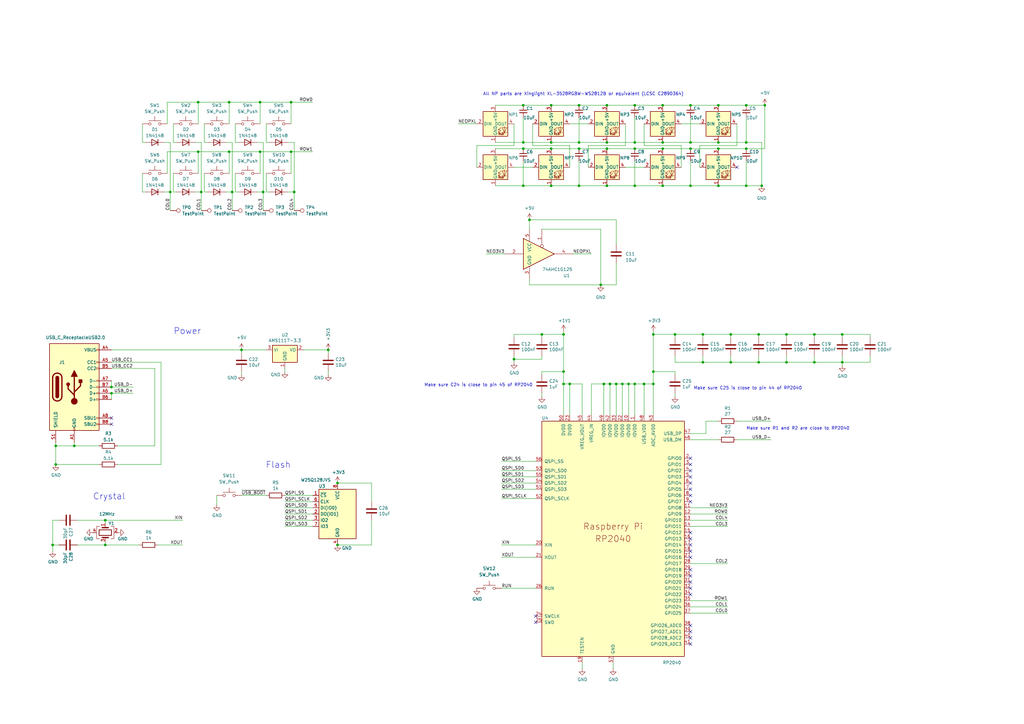
<source format=kicad_sch>
(kicad_sch (version 20230121) (generator eeschema)
  (paper "A3")
  (title_block (title "KnGYT MacroPaw") (date "2022-08-13") (rev "v0.1.0") (company "© 2023 kodachi 6•14, llc // SPDX-License-Identifier: CERN-OHL-S-2.0") (comment 1 "Open Source Hardware, CERN OHL 2.0: https://ohwr.org/cern_ohl_s_v2.txt") (comment 2 "and TJ Horner's RP2040 business card https://github.com/tjhorner/bizcard") (comment 3 "https://datasheets.raspberrypi.com/rp2040/hardware-design-with-rp2040.pdf") (comment 4 "With grateful thanks to \"Hardware Design with RP2040\""))
  (junction (at 106.68 62.23))
  (junction (at 69.85 78.74))
  (junction (at 231.14 157.48))
  (junction (at 299.72 148.59))
  (junction (at 306.07 43.18))
  (junction (at 45.72 158.75))
  (junction (at 260.35 76.2))
  (junction (at 271.78 58.42))
  (junction (at 248.92 43.18))
  (junction (at 345.44 148.59))
  (junction (at 226.06 43.18))
  (junction (at 271.78 43.18))
  (junction (at 21.59 223.52))
  (junction (at 106.68 41.91))
  (junction (at 226.06 76.2))
  (junction (at 214.63 76.2))
  (junction (at 214.63 43.18))
  (junction (at 288.29 137.16))
  (junction (at 217.17 90.17))
  (junction (at 334.01 137.16))
  (junction (at 22.86 190.5))
  (junction (at 294.64 58.42))
  (junction (at 45.72 161.29))
  (junction (at 226.06 58.42))
  (junction (at 82.55 78.74))
  (junction (at 345.44 137.16))
  (junction (at 306.07 60.96))
  (junction (at 267.97 137.16))
  (junction (at 260.35 157.48))
  (junction (at 311.15 148.59))
  (junction (at 22.86 182.88))
  (junction (at 237.49 60.96))
  (junction (at 252.73 157.48))
  (junction (at 95.25 78.74))
  (junction (at 299.72 137.16))
  (junction (at 267.97 157.48))
  (junction (at 271.78 60.96))
  (junction (at 248.92 58.42))
  (junction (at 247.65 157.48))
  (junction (at 214.63 60.96))
  (junction (at 283.21 43.18))
  (junction (at 264.16 157.48))
  (junction (at 271.78 76.2))
  (junction (at 210.82 147.32))
  (junction (at 257.81 157.48))
  (junction (at 120.65 78.74))
  (junction (at 237.49 76.2))
  (junction (at 107.95 78.74))
  (junction (at 81.28 41.91))
  (junction (at 322.58 137.16))
  (junction (at 276.86 137.16))
  (junction (at 255.27 157.48))
  (junction (at 246.38 116.84))
  (junction (at 119.38 62.23))
  (junction (at 43.18 223.52))
  (junction (at 283.21 58.42))
  (junction (at 294.64 60.96))
  (junction (at 237.49 58.42))
  (junction (at 313.69 43.18))
  (junction (at 138.43 198.12))
  (junction (at 250.19 157.48))
  (junction (at 30.48 182.88))
  (junction (at 93.98 62.23))
  (junction (at 231.14 152.4))
  (junction (at 260.35 60.96))
  (junction (at 267.97 152.4))
  (junction (at 119.38 41.91))
  (junction (at 237.49 43.18))
  (junction (at 322.58 148.59))
  (junction (at 214.63 58.42))
  (junction (at 138.43 223.52))
  (junction (at 260.35 43.18))
  (junction (at 222.25 137.16))
  (junction (at 334.01 148.59))
  (junction (at 81.28 62.23))
  (junction (at 231.14 137.16))
  (junction (at 226.06 60.96))
  (junction (at 43.18 213.36))
  (junction (at 311.15 137.16))
  (junction (at 260.35 58.42))
  (junction (at 306.07 58.42))
  (junction (at 283.21 76.2))
  (junction (at 134.62 143.51))
  (junction (at 93.98 41.91))
  (junction (at 294.64 43.18))
  (junction (at 248.92 60.96))
  (junction (at 99.06 143.51))
  (junction (at 248.92 76.2))
  (junction (at 288.29 148.59))
  (junction (at 283.21 60.96))
  (junction (at 294.64 76.2))
  (junction (at 306.07 76.2))
  (junction (at 312.42 76.2))
  (junction (at 233.68 157.48))
  (no_connect (at 283.21 193.04))
  (no_connect (at 283.21 259.08))
  (no_connect (at 219.71 255.27))
  (no_connect (at 283.21 233.68))
  (no_connect (at 283.21 238.76))
  (no_connect (at 283.21 218.44))
  (no_connect (at 283.21 241.3))
  (no_connect (at 283.21 236.22))
  (no_connect (at 283.21 226.06))
  (no_connect (at 283.21 187.96))
  (no_connect (at 283.21 220.98))
  (no_connect (at 283.21 223.52))
  (no_connect (at 283.21 228.6))
  (no_connect (at 283.21 205.74))
  (no_connect (at 283.21 256.54))
  (no_connect (at 283.21 264.16))
  (no_connect (at 283.21 200.66))
  (no_connect (at 219.71 252.73))
  (no_connect (at 283.21 203.2))
  (no_connect (at 283.21 243.84))
  (no_connect (at 45.72 173.99))
  (no_connect (at 283.21 190.5))
  (no_connect (at 302.26 68.58))
  (no_connect (at 283.21 261.62))
  (no_connect (at 283.21 198.12))
  (no_connect (at 283.21 195.58))
  (no_connect (at 45.72 171.45))
  (wire (pts (xy 71.12 58.42) (xy 71.12 50.8)))
  (wire (pts (xy 237.49 66.04) (xy 237.49 76.2)))
  (wire (pts (xy 72.39 58.42) (xy 71.12 58.42)))
  (wire (pts (xy 256.54 68.58) (xy 264.16 68.58)))
  (wire (pts (xy 68.58 41.91) (xy 81.28 41.91)))
  (wire (pts (xy 306.07 43.18) (xy 313.69 43.18)))
  (wire (pts (xy 83.82 58.42) (xy 83.82 50.8)))
  (wire (pts (xy 306.07 58.42) (xy 312.42 58.42)))
  (wire (pts (xy 45.72 148.59) (xy 66.04 148.59)))
  (wire (pts (xy 219.71 204.47) (xy 205.74 204.47)))
  (wire (pts (xy 138.43 223.52) (xy 152.4 223.52)))
  (wire (pts (xy 267.97 137.16) (xy 276.86 137.16)))
  (wire (pts (xy 246.38 93.98) (xy 246.38 116.84)))
  (wire (pts (xy 334.01 146.05) (xy 334.01 148.59)))
  (wire (pts (xy 222.25 93.98) (xy 246.38 93.98)))
  (wire (pts (xy 97.79 78.74) (xy 96.52 78.74)))
  (wire (pts (xy 45.72 161.29) (xy 45.72 163.83)))
  (wire (pts (xy 210.82 147.32) (xy 210.82 148.59)))
  (wire (pts (xy 233.68 59.69) (xy 218.44 59.69)))
  (wire (pts (xy 322.58 148.59) (xy 311.15 148.59)))
  (wire (pts (xy 283.21 215.9) (xy 298.45 215.9)))
  (wire (pts (xy 276.86 161.29) (xy 276.86 162.56)))
  (wire (pts (xy 306.07 60.96) (xy 313.69 60.96)))
  (wire (pts (xy 248.92 43.18) (xy 260.35 43.18)))
  (wire (pts (xy 93.98 41.91) (xy 106.68 41.91)))
  (wire (pts (xy 312.42 58.42) (xy 312.42 76.2)))
  (wire (pts (xy 64.77 223.52) (xy 74.93 223.52)))
  (wire (pts (xy 233.68 50.8) (xy 241.3 50.8)))
  (wire (pts (xy 294.64 43.18) (xy 306.07 43.18)))
  (wire (pts (xy 66.04 190.5) (xy 48.26 190.5)))
  (wire (pts (xy 71.12 78.74) (xy 71.12 71.12)))
  (wire (pts (xy 21.59 213.36) (xy 21.59 223.52)))
  (wire (pts (xy 66.04 148.59) (xy 66.04 190.5)))
  (wire (pts (xy 110.49 58.42) (xy 109.22 58.42)))
  (wire (pts (xy 345.44 138.43) (xy 345.44 137.16)))
  (wire (pts (xy 218.44 59.69) (xy 218.44 50.8)))
  (wire (pts (xy 231.14 137.16) (xy 231.14 152.4)))
  (wire (pts (xy 107.95 78.74) (xy 107.95 86.36)))
  (wire (pts (xy 311.15 148.59) (xy 299.72 148.59)))
  (wire (pts (xy 345.44 137.16) (xy 356.87 137.16)))
  (wire (pts (xy 119.38 71.12) (xy 119.38 62.23)))
  (wire (pts (xy 105.41 58.42) (xy 107.95 58.42)))
  (wire (pts (xy 63.5 182.88) (xy 48.26 182.88)))
  (wire (pts (xy 287.02 59.69) (xy 302.26 59.69)))
  (wire (pts (xy 210.82 137.16) (xy 222.25 137.16)))
  (wire (pts (xy 248.92 76.2) (xy 260.35 76.2)))
  (wire (pts (xy 96.52 58.42) (xy 96.52 50.8)))
  (wire (pts (xy 43.18 223.52) (xy 57.15 223.52)))
  (wire (pts (xy 63.5 151.13) (xy 63.5 182.88)))
  (wire (pts (xy 118.11 78.74) (xy 120.65 78.74)))
  (wire (pts (xy 195.58 59.69) (xy 195.58 68.58)))
  (wire (pts (xy 67.31 58.42) (xy 69.85 58.42)))
  (wire (pts (xy 116.84 215.9) (xy 128.27 215.9)))
  (wire (pts (xy 283.21 177.8) (xy 289.56 177.8)))
  (wire (pts (xy 93.98 62.23) (xy 106.68 62.23)))
  (wire (pts (xy 210.82 138.43) (xy 210.82 137.16)))
  (wire (pts (xy 260.35 157.48) (xy 260.35 170.18)))
  (wire (pts (xy 105.41 78.74) (xy 107.95 78.74)))
  (wire (pts (xy 255.27 170.18) (xy 255.27 157.48)))
  (wire (pts (xy 271.78 58.42) (xy 283.21 58.42)))
  (wire (pts (xy 345.44 146.05) (xy 345.44 148.59)))
  (wire (pts (xy 252.73 90.17) (xy 252.73 100.33)))
  (wire (pts (xy 231.14 135.89) (xy 231.14 137.16)))
  (wire (pts (xy 106.68 41.91) (xy 119.38 41.91)))
  (wire (pts (xy 24.13 213.36) (xy 21.59 213.36)))
  (wire (pts (xy 88.9 203.2) (xy 88.9 207.01)))
  (wire (pts (xy 205.74 198.12) (xy 219.71 198.12)))
  (wire (pts (xy 210.82 147.32) (xy 222.25 147.32)))
  (wire (pts (xy 237.49 43.18) (xy 248.92 43.18)))
  (wire (pts (xy 110.49 78.74) (xy 109.22 78.74)))
  (wire (pts (xy 311.15 137.16) (xy 322.58 137.16)))
  (wire (pts (xy 43.18 214.63) (xy 43.18 213.36)))
  (wire (pts (xy 93.98 71.12) (xy 93.98 62.23)))
  (wire (pts (xy 306.07 48.26) (xy 306.07 58.42)))
  (wire (pts (xy 334.01 148.59) (xy 345.44 148.59)))
  (wire (pts (xy 283.21 251.46) (xy 298.45 251.46)))
  (wire (pts (xy 93.98 50.8) (xy 93.98 41.91)))
  (wire (pts (xy 226.06 60.96) (xy 237.49 60.96)))
  (wire (pts (xy 233.68 68.58) (xy 233.68 59.69)))
  (wire (pts (xy 81.28 50.8) (xy 81.28 41.91)))
  (wire (pts (xy 252.73 116.84) (xy 246.38 116.84)))
  (wire (pts (xy 195.58 59.69) (xy 210.82 59.69)))
  (wire (pts (xy 69.85 78.74) (xy 69.85 86.36)))
  (wire (pts (xy 345.44 148.59) (xy 356.87 148.59)))
  (wire (pts (xy 214.63 76.2) (xy 226.06 76.2)))
  (wire (pts (xy 247.65 170.18) (xy 247.65 157.48)))
  (wire (pts (xy 107.95 58.42) (xy 107.95 78.74)))
  (wire (pts (xy 299.72 148.59) (xy 288.29 148.59)))
  (wire (pts (xy 248.92 60.96) (xy 260.35 60.96)))
  (wire (pts (xy 283.21 248.92) (xy 298.45 248.92)))
  (wire (pts (xy 217.17 90.17) (xy 217.17 93.98)))
  (wire (pts (xy 257.81 157.48) (xy 260.35 157.48)))
  (wire (pts (xy 302.26 50.8) (xy 302.26 59.69)))
  (wire (pts (xy 233.68 170.18) (xy 233.68 157.48)))
  (wire (pts (xy 152.4 205.74) (xy 152.4 198.12)))
  (wire (pts (xy 109.22 143.51) (xy 99.06 143.51)))
  (wire (pts (xy 322.58 138.43) (xy 322.58 137.16)))
  (wire (pts (xy 203.2 60.96) (xy 214.63 60.96)))
  (wire (pts (xy 58.42 78.74) (xy 58.42 71.12)))
  (wire (pts (xy 95.25 58.42) (xy 95.25 78.74)))
  (wire (pts (xy 203.2 58.42) (xy 214.63 58.42)))
  (wire (pts (xy 288.29 148.59) (xy 276.86 148.59)))
  (wire (pts (xy 260.35 66.04) (xy 260.35 76.2)))
  (wire (pts (xy 214.63 66.04) (xy 214.63 76.2)))
  (wire (pts (xy 283.21 246.38) (xy 298.45 246.38)))
  (wire (pts (xy 345.44 148.59) (xy 345.44 149.86)))
  (wire (pts (xy 283.21 43.18) (xy 294.64 43.18)))
  (wire (pts (xy 238.76 157.48) (xy 233.68 157.48)))
  (wire (pts (xy 83.82 78.74) (xy 83.82 71.12)))
  (wire (pts (xy 252.73 107.95) (xy 252.73 116.84)))
  (wire (pts (xy 283.21 208.28) (xy 298.45 208.28)))
  (wire (pts (xy 267.97 157.48) (xy 267.97 170.18)))
  (wire (pts (xy 116.84 208.28) (xy 128.27 208.28)))
  (wire (pts (xy 106.68 71.12) (xy 106.68 62.23)))
  (wire (pts (xy 187.96 50.8) (xy 195.58 50.8)))
  (wire (pts (xy 116.84 151.13) (xy 116.84 152.4)))
  (wire (pts (xy 222.25 161.29) (xy 222.25 162.56)))
  (wire (pts (xy 22.86 182.88) (xy 22.86 190.5)))
  (wire (pts (xy 199.39 104.14) (xy 207.01 104.14)))
  (wire (pts (xy 283.21 180.34) (xy 294.64 180.34)))
  (wire (pts (xy 267.97 137.16) (xy 267.97 152.4)))
  (wire (pts (xy 59.69 58.42) (xy 58.42 58.42)))
  (wire (pts (xy 231.14 157.48) (xy 231.14 170.18)))
  (wire (pts (xy 334.01 138.43) (xy 334.01 137.16)))
  (wire (pts (xy 283.21 48.26) (xy 283.21 58.42)))
  (wire (pts (xy 30.48 181.61) (xy 30.48 182.88)))
  (wire (pts (xy 72.39 78.74) (xy 71.12 78.74)))
  (wire (pts (xy 264.16 157.48) (xy 267.97 157.48)))
  (wire (pts (xy 116.84 210.82) (xy 128.27 210.82)))
  (wire (pts (xy 45.72 151.13) (xy 63.5 151.13)))
  (wire (pts (xy 31.75 223.52) (xy 43.18 223.52)))
  (wire (pts (xy 219.71 228.6) (xy 205.74 228.6)))
  (wire (pts (xy 283.21 76.2) (xy 294.64 76.2)))
  (wire (pts (xy 252.73 170.18) (xy 252.73 157.48)))
  (wire (pts (xy 251.46 271.78) (xy 251.46 274.32)))
  (wire (pts (xy 92.71 58.42) (xy 95.25 58.42)))
  (wire (pts (xy 222.25 152.4) (xy 231.14 152.4)))
  (wire (pts (xy 279.4 68.58) (xy 279.4 59.69)))
  (wire (pts (xy 22.86 190.5) (xy 40.64 190.5)))
  (wire (pts (xy 334.01 137.16) (xy 345.44 137.16)))
  (wire (pts (xy 217.17 114.3) (xy 217.17 116.84)))
  (wire (pts (xy 97.79 58.42) (xy 96.52 58.42)))
  (wire (pts (xy 81.28 41.91) (xy 93.98 41.91)))
  (wire (pts (xy 237.49 60.96) (xy 248.92 60.96)))
  (wire (pts (xy 99.06 144.78) (xy 99.06 143.51)))
  (wire (pts (xy 96.52 78.74) (xy 96.52 71.12)))
  (wire (pts (xy 283.21 60.96) (xy 294.64 60.96)))
  (wire (pts (xy 311.15 138.43) (xy 311.15 137.16)))
  (wire (pts (xy 256.54 59.69) (xy 241.3 59.69)))
  (wire (pts (xy 214.63 43.18) (xy 226.06 43.18)))
  (wire (pts (xy 45.72 143.51) (xy 99.06 143.51)))
  (wire (pts (xy 302.26 180.34) (xy 316.23 180.34)))
  (wire (pts (xy 120.65 58.42) (xy 120.65 78.74)))
  (wire (pts (xy 214.63 60.96) (xy 226.06 60.96)))
  (wire (pts (xy 242.57 157.48) (xy 247.65 157.48)))
  (wire (pts (xy 237.49 58.42) (xy 248.92 58.42)))
  (wire (pts (xy 116.84 203.2) (xy 128.27 203.2)))
  (wire (pts (xy 116.84 205.74) (xy 128.27 205.74)))
  (wire (pts (xy 283.21 213.36) (xy 298.45 213.36)))
  (wire (pts (xy 260.35 48.26) (xy 260.35 58.42)))
  (wire (pts (xy 82.55 58.42) (xy 82.55 78.74)))
  (wire (pts (xy 109.22 58.42) (xy 109.22 50.8)))
  (wire (pts (xy 210.82 146.05) (xy 210.82 147.32)))
  (wire (pts (xy 120.65 78.74) (xy 120.65 86.36)))
  (wire (pts (xy 276.86 146.05) (xy 276.86 148.59)))
  (wire (pts (xy 267.97 152.4) (xy 267.97 157.48)))
  (wire (pts (xy 264.16 170.18) (xy 264.16 157.48)))
  (wire (pts (xy 205.74 193.04) (xy 219.71 193.04)))
  (wire (pts (xy 81.28 71.12) (xy 81.28 62.23)))
  (wire (pts (xy 68.58 50.8) (xy 68.58 41.91)))
  (wire (pts (xy 238.76 271.78) (xy 238.76 274.32)))
  (wire (pts (xy 222.25 153.67) (xy 222.25 152.4)))
  (wire (pts (xy 203.2 76.2) (xy 214.63 76.2)))
  (wire (pts (xy 289.56 172.72) (xy 289.56 177.8)))
  (wire (pts (xy 226.06 43.18) (xy 237.49 43.18)))
  (wire (pts (xy 45.72 156.21) (xy 45.72 158.75)))
  (wire (pts (xy 256.54 50.8) (xy 256.54 59.69)))
  (wire (pts (xy 356.87 146.05) (xy 356.87 148.59)))
  (wire (pts (xy 238.76 170.18) (xy 238.76 157.48)))
  (wire (pts (xy 124.46 143.51) (xy 134.62 143.51)))
  (wire (pts (xy 205.74 195.58) (xy 219.71 195.58)))
  (wire (pts (xy 116.84 213.36) (xy 128.27 213.36)))
  (wire (pts (xy 276.86 153.67) (xy 276.86 152.4)))
  (wire (pts (xy 306.07 76.2) (xy 312.42 76.2)))
  (wire (pts (xy 289.56 172.72) (xy 294.64 172.72)))
  (wire (pts (xy 119.38 50.8) (xy 119.38 41.91)))
  (wire (pts (xy 294.64 76.2) (xy 306.07 76.2)))
  (wire (pts (xy 81.28 62.23) (xy 93.98 62.23)))
  (wire (pts (xy 85.09 58.42) (xy 83.82 58.42)))
  (wire (pts (xy 334.01 148.59) (xy 322.58 148.59)))
  (wire (pts (xy 119.38 62.23) (xy 128.27 62.23)))
  (wire (pts (xy 311.15 146.05) (xy 311.15 148.59)))
  (wire (pts (xy 260.35 157.48) (xy 264.16 157.48)))
  (wire (pts (xy 276.86 138.43) (xy 276.86 137.16)))
  (wire (pts (xy 288.29 138.43) (xy 288.29 137.16)))
  (wire (pts (xy 322.58 146.05) (xy 322.58 148.59)))
  (wire (pts (xy 99.06 203.2) (xy 109.22 203.2)))
  (wire (pts (xy 69.85 58.42) (xy 69.85 78.74)))
  (wire (pts (xy 217.17 116.84) (xy 246.38 116.84)))
  (wire (pts (xy 299.72 146.05) (xy 299.72 148.59)))
  (wire (pts (xy 271.78 43.18) (xy 283.21 43.18)))
  (wire (pts (xy 287.02 59.69) (xy 287.02 68.58)))
  (wire (pts (xy 260.35 76.2) (xy 271.78 76.2)))
  (wire (pts (xy 250.19 157.48) (xy 252.73 157.48)))
  (wire (pts (xy 210.82 59.69) (xy 210.82 50.8)))
  (wire (pts (xy 80.01 58.42) (xy 82.55 58.42)))
  (wire (pts (xy 106.68 50.8) (xy 106.68 41.91)))
  (wire (pts (xy 237.49 76.2) (xy 248.92 76.2)))
  (wire (pts (xy 58.42 58.42) (xy 58.42 50.8)))
  (wire (pts (xy 247.65 157.48) (xy 250.19 157.48)))
  (wire (pts (xy 43.18 222.25) (xy 43.18 223.52)))
  (wire (pts (xy 313.69 43.18) (xy 313.69 60.96)))
  (wire (pts (xy 30.48 182.88) (xy 40.64 182.88)))
  (wire (pts (xy 283.21 58.42) (xy 294.64 58.42)))
  (wire (pts (xy 59.69 78.74) (xy 58.42 78.74)))
  (wire (pts (xy 260.35 60.96) (xy 271.78 60.96)))
  (wire (pts (xy 299.72 137.16) (xy 311.15 137.16)))
  (wire (pts (xy 288.29 137.16) (xy 299.72 137.16)))
  (wire (pts (xy 95.25 78.74) (xy 95.25 86.36)))
  (wire (pts (xy 99.06 152.4) (xy 99.06 153.67)))
  (wire (pts (xy 271.78 76.2) (xy 283.21 76.2)))
  (wire (pts (xy 24.13 223.52) (xy 21.59 223.52)))
  (wire (pts (xy 134.62 144.78) (xy 134.62 143.51)))
  (wire (pts (xy 67.31 78.74) (xy 69.85 78.74)))
  (wire (pts (xy 237.49 48.26) (xy 237.49 58.42)))
  (wire (pts (xy 217.17 90.17) (xy 252.73 90.17)))
  (wire (pts (xy 214.63 58.42) (xy 226.06 58.42)))
  (wire (pts (xy 279.4 50.8) (xy 287.02 50.8)))
  (wire (pts (xy 214.63 48.26) (xy 214.63 58.42)))
  (wire (pts (xy 226.06 76.2) (xy 237.49 76.2)))
  (wire (pts (xy 356.87 138.43) (xy 356.87 137.16)))
  (wire (pts (xy 234.95 104.14) (xy 242.57 104.14)))
  (wire (pts (xy 109.22 78.74) (xy 109.22 71.12)))
  (wire (pts (xy 205.74 223.52) (xy 219.71 223.52)))
  (wire (pts (xy 294.64 58.42) (xy 306.07 58.42)))
  (wire (pts (xy 219.71 241.3) (xy 205.74 241.3)))
  (wire (pts (xy 306.07 66.04) (xy 306.07 76.2)))
  (wire (pts (xy 21.59 223.52) (xy 21.59 226.06)))
  (wire (pts (xy 260.35 43.18) (xy 271.78 43.18)))
  (wire (pts (xy 283.21 231.14) (xy 298.45 231.14)))
  (wire (pts (xy 45.72 161.29) (xy 54.61 161.29)))
  (wire (pts (xy 233.68 157.48) (xy 231.14 157.48)))
  (wire (pts (xy 80.01 78.74) (xy 82.55 78.74)))
  (wire (pts (xy 152.4 198.12) (xy 138.43 198.12)))
  (wire (pts (xy 264.16 59.69) (xy 264.16 50.8)))
  (wire (pts (xy 252.73 157.48) (xy 255.27 157.48)))
  (wire (pts (xy 82.55 78.74) (xy 82.55 86.36)))
  (wire (pts (xy 248.92 58.42) (xy 260.35 58.42)))
  (wire (pts (xy 119.38 41.91) (xy 128.27 41.91)))
  (wire (pts (xy 299.72 138.43) (xy 299.72 137.16)))
  (wire (pts (xy 45.72 158.75) (xy 54.61 158.75)))
  (wire (pts (xy 242.57 170.18) (xy 242.57 157.48)))
  (wire (pts (xy 85.09 78.74) (xy 83.82 78.74)))
  (wire (pts (xy 279.4 59.69) (xy 264.16 59.69)))
  (wire (pts (xy 302.26 172.72) (xy 316.23 172.72)))
  (wire (pts (xy 257.81 170.18) (xy 257.81 157.48)))
  (wire (pts (xy 322.58 137.16) (xy 334.01 137.16)))
  (wire (pts (xy 31.75 213.36) (xy 43.18 213.36)))
  (wire (pts (xy 203.2 43.18) (xy 214.63 43.18)))
  (wire (pts (xy 276.86 137.16) (xy 288.29 137.16)))
  (wire (pts (xy 22.86 182.88) (xy 30.48 182.88)))
  (wire (pts (xy 219.71 189.23) (xy 205.74 189.23)))
  (wire (pts (xy 260.35 58.42) (xy 271.78 58.42)))
  (wire (pts (xy 152.4 223.52) (xy 152.4 213.36)))
  (wire (pts (xy 118.11 58.42) (xy 120.65 58.42)))
  (wire (pts (xy 43.18 213.36) (xy 74.93 213.36)))
  (wire (pts (xy 255.27 157.48) (xy 257.81 157.48)))
  (wire (pts (xy 222.25 147.32) (xy 222.25 146.05)))
  (wire (pts (xy 222.25 138.43) (xy 222.25 137.16)))
  (wire (pts (xy 134.62 152.4) (xy 134.62 153.67)))
  (wire (pts (xy 267.97 152.4) (xy 276.86 152.4)))
  (wire (pts (xy 250.19 170.18) (xy 250.19 157.48)))
  (wire (pts (xy 222.25 137.16) (xy 231.14 137.16)))
  (wire (pts (xy 288.29 146.05) (xy 288.29 148.59)))
  (wire (pts (xy 92.71 78.74) (xy 95.25 78.74)))
  (wire (pts (xy 241.3 59.69) (xy 241.3 68.58)))
  (wire (pts (xy 68.58 62.23) (xy 68.58 71.12)))
  (wire (pts (xy 226.06 58.42) (xy 237.49 58.42)))
  (wire (pts (xy 231.14 152.4) (xy 231.14 157.48)))
  (wire (pts (xy 271.78 60.96) (xy 283.21 60.96)))
  (wire (pts (xy 106.68 62.23) (xy 119.38 62.23)))
  (wire (pts (xy 68.58 62.23) (xy 81.28 62.23)))
  (wire (pts (xy 22.86 181.61) (xy 22.86 182.88)))
  (wire (pts (xy 267.97 135.89) (xy 267.97 137.16)))
  (wire (pts (xy 283.21 210.82) (xy 298.45 210.82)))
  (wire (pts (xy 205.74 200.66) (xy 219.71 200.66)))
  (wire (pts (xy 210.82 68.58) (xy 218.44 68.58)))
  (wire (pts (xy 283.21 66.04) (xy 283.21 76.2)))
  (wire (pts (xy 294.64 60.96) (xy 306.07 60.96)))
  (text "Crystal" (at 38.1 205.232 0) (effects (font (size 2.54 2.54)) (justify left bottom)))
  (text "Make sure R1 and R2 are close to RP2040" (at 306.07 176.53 0) (effects (font (size 1.27 1.27)) (justify left bottom)))
  (text "Make sure C25 is close to pin 44 of RP2040" (at 284.48 160.02 0) (effects (font (size 1.27 1.27)) (justify left bottom)))
  (text "All NP parts are Xinglight XL-3528RGBW-WS2812B or equivalent (LCSC C2890364)" (at 198.12 39.37 0) (effects (font (size 1.27 1.27)) (justify left bottom)))
  (text "Make sure C24 is close to pin 45 of RP2040" (at 173.99 158.75 0) (effects (font (size 1.27 1.27)) (justify left bottom)))
  (text "Flash" (at 108.966 192.278 0) (effects (font (size 2.54 2.54)) (justify left bottom)))
  (text "Power" (at 71.12 137.414 0) (effects (font (size 2.54 2.54)) (justify left bottom)))
  (label "ROW0" (at 128.27 41.91 180))
  (label "XOUT" (at 74.93 223.52 180))
  (label "USB_D+" (at 316.23 172.72 180))
  (label "COL3" (at 107.95 86.36 90))
  (label "COL2" (at 95.25 86.36 90))
  (label "RUN" (at 205.74 241.3 0))
  (label "ROW1" (at 128.27 62.23 180))
  (label "QSPI_SS" (at 205.74 189.23 0))
  (label "QSPI_SD2" (at 205.74 198.12 0))
  (label "XIN" (at 205.74 223.52 0))
  (label "COL2" (at 298.45 231.14 180))
  (label "USB_CC1" (at 45.72 148.59 0))
  (label "ROW1" (at 298.45 246.38 180))
  (label "QSPI_SD2" (at 116.84 213.36 0))
  (label "QSPI_SD3" (at 205.74 200.66 0))
  (label "COL4" (at 120.65 86.36 90))
  (label "QSPI_SCLK" (at 116.84 205.74 0))
  (label "COL4" (at 298.45 213.36 180))
  (label "COL1" (at 298.45 248.92 180))
  (label "NEOPXL" (at 187.96 50.8 0))
  (label "QSPI_SS" (at 116.84 203.2 0))
  (label "USB_D-" (at 54.61 158.75 180))
  (label "NEOPXL" (at 242.57 104.14 180))
  (label "USB_D+" (at 54.61 161.29 180))
  (label "USB_CC2" (at 45.72 151.13 0))
  (label "QSPI_SD1" (at 205.74 195.58 0))
  (label "NEO3V3" (at 199.39 104.14 0))
  (label "QSPI_SD1" (at 116.84 210.82 0))
  (label "XOUT" (at 205.74 228.6 0))
  (label "QSPI_SD3" (at 116.84 215.9 0))
  (label "QSPI_SD0" (at 205.74 193.04 0))
  (label "QSPI_SCLK" (at 205.74 204.47 0))
  (label "USB_D-" (at 316.23 180.34 180))
  (label "COL3" (at 298.45 215.9 180))
  (label "~{USB_BOOT}" (at 99.06 203.2 0))
  (label "NEO3V3" (at 298.45 208.28 180))
  (label "QSPI_SD0" (at 116.84 208.28 0))
  (label "COL0" (at 298.45 251.46 180))
  (label "XIN" (at 74.93 213.36 180))
  (label "COL0" (at 69.85 86.36 90))
  (label "ROW0" (at 298.45 210.82 180))
  (label "COL1" (at 82.55 86.36 90))
  (symbol (lib_id "Device:C") (at 276.86 142.24 0) (unit 1)
    (property "Reference" "C14" (at 279.781 141.0716 0) (effects (justify left)))
    (property "Value" "100nF" (at 279.781 143.383 0) (effects (justify left)))
    (property "Footprint" "Capacitor_SMD:C_0402_1005Metric" (effects hide))
    (property "LCSC" "C1525" (effects hide))
  )
  (symbol (lib_id "power:GND") (at 345.44 149.86 0) (unit 1) (in_bom no)
    (property "Reference" "#PWR010" (effects hide))
    (property "Value" "GND" (at 345.567 154.2542 0))
  )
  (symbol (lib_id "MCU_RaspberryPi_and_Boards:RP2040") (at 251.46 220.98 0) (unit 1)
    (property "Reference" "U4" (at 223.52 171.45 0))
    (property "Value" "RP2040" (at 275.59 271.78 0))
    (property "Footprint" "MCU_RaspberryPi_and_Boards:RP2040-QFN-56" (effects hide))
    (property "LCSC" "C2040" (effects hide))
  )
  (symbol (lib_id "power:GND") (at 246.38 116.84 0) (unit 1) (in_bom no)
    (property "Reference" "#PWR04" (effects hide))
    (property "Value" "GND" (at 246.38 121.92 0))
  )
  (symbol (lib_id "Device:C") (at 134.62 148.59 0) (unit 1)
    (property "Reference" "C23" (at 137.541 147.4216 0) (effects (justify left)))
    (property "Value" "10uF" (at 137.541 149.733 0) (effects (justify left)))
    (property "Footprint" "Capacitor_SMD:C_0402_1005Metric" (effects hide))
    (property "LCSC" "C15525" (effects hide))
    (property "DigiKey" "https://www.digikey.com/en/products/detail/murata-electronics/GRM21BR61C106KE15L/965900" (effects hide))
    (property "Checked" "Y" (effects hide))
  )
  (symbol (lib_id "Device:C") (at 322.58 142.24 0) (unit 1)
    (property "Reference" "C18" (at 325.501 141.0716 0) (effects (justify left)))
    (property "Value" "100nF" (at 325.501 143.383 0) (effects (justify left)))
    (property "Footprint" "Capacitor_SMD:C_0402_1005Metric" (effects hide))
    (property "LCSC" "C1525" (effects hide))
  )
  (symbol (lib_id "Switch:SW_Push") (at 93.98 203.2 0) (unit 1)
    (property "Reference" "SW11" (at 93.98 195.072 0))
    (property "Value" "SW_Push" (at 93.98 197.612 0))
    (property "Footprint" "Button_Switch_SMD:SW_SPST_TL3342" (effects hide))
    (property "LCSC" "C318884" (effects hide))
  )
  (symbol (lib_id "Device:C") (at 288.29 142.24 0) (unit 1)
    (property "Reference" "C15" (at 291.211 141.0716 0) (effects (justify left)))
    (property "Value" "100nF" (at 291.211 143.383 0) (effects (justify left)))
    (property "Footprint" "Capacitor_SMD:C_0402_1005Metric" (effects hide))
    (property "LCSC" "C1525" (effects hide))
  )
  (symbol (lib_id "Device:C") (at 222.25 157.48 0) (unit 1)
    (property "Reference" "C24" (at 225.171 156.3116 0) (effects (justify left)))
    (property "Value" "1uF" (at 225.171 158.623 0) (effects (justify left)))
    (property "Footprint" "Capacitor_SMD:C_0402_1005Metric" (effects hide))
    (property "LCSC" "C52923" (effects hide))
  )
  (symbol (lib_id "Connector:TestPoint") (at 95.25 86.36 270) (unit 1) (in_bom no)
    (property "Reference" "TP2" (at 100.33 85.09 90) (effects (justify left)))
    (property "Value" "TestPoint" (at 100.33 87.63 90) (effects (justify left)))
    (property "Footprint" "TestPoint:TestPoint_Pad_1.5x1.5mm" (effects hide))
  )
  (symbol (lib_id "Device:C_Small") (at 214.63 45.72 0) (unit 1)
    (property "Reference" "C1" (at 215.9 44.45 0) (effects (justify left)))
    (property "Value" "10uF" (at 214.63 48.26 0) (effects (justify left)))
    (property "Footprint" "Capacitor_SMD:C_0402_1005Metric" (effects hide))
    (property "LCSC" "C15525" (effects hide))
  )
  (symbol (lib_id "Memory_Flash:W25Q128JVS") (at 138.43 210.82 0) (unit 1)
    (property "Reference" "U3" (at 132.08 199.39 0))
    (property "Value" "W25Q128JVS" (at 129.54 196.85 0))
    (property "Footprint" "Package_SO:SOIC-8_5.23x5.23mm_P1.27mm" (effects hide))
    (property "Datasheet" "http://www.winbond.com/resource-files/w25q128jv_dtr%20revc%2003272018%20plus.pdf" (effects hide))
    (property "LCSC" "C97521" (effects hide))
  )
  (symbol (lib_id "Switch:SW_Push") (at 101.6 50.8 0) (unit 1)
    (property "Reference" "SW4" (at 101.6 43.18 0))
    (property "Value" "SW_Push" (at 101.6 45.72 0))
    (property "Footprint" "Kodachi:Flipped_Hotswap_Kailh_MX_1.00u (C5184526)" (effects hide))
    (property "LCSC" "C5184526" (effects hide))
  )
  (symbol (lib_id "Kodachi:XL-3528RGBW-WS2812B_(C2890364)") (at 294.64 50.8 0) (unit 1)
    (property "Reference" "NP5" (at 302.006 46.99 0))
    (property "Value" "WS2812B" (effects hide))
    (property "Footprint" "Kodachi:LED XL-3528RGBW-WS2812B (3.5x2.8, C2890364)" (effects hide))
    (property "Datasheet" "https://datasheet.lcsc.com/lcsc/2108271830_XINGLIGHT-XL-3528RGBW-WS2812B_C2890364.pdf" (effects hide))
    (property "LCSC" "C2890364" (effects hide))
  )
  (symbol (lib_id "Device:C") (at 222.25 142.24 0) (unit 1)
    (property "Reference" "C13" (at 225.171 141.0716 0) (effects (justify left)))
    (property "Value" "100nF" (at 225.171 143.383 0) (effects (justify left)))
    (property "Footprint" "Capacitor_SMD:C_0402_1005Metric" (effects hide))
    (property "LCSC" "C1525" (effects hide))
  )
  (symbol (lib_id "Device:C_Small") (at 306.07 63.5 0) (unit 1)
    (property "Reference" "C10" (at 307.34 62.23 0) (effects (justify left)))
    (property "Value" "10uF" (at 306.07 66.04 0) (effects (justify left)))
    (property "Footprint" "Capacitor_SMD:C_0402_1005Metric" (effects hide))
    (property "LCSC" "C15525" (effects hide))
  )
  (symbol (lib_id "Device:R") (at 298.45 172.72 270) (unit 1)
    (property "Reference" "R1" (at 298.45 167.4622 90))
    (property "Value" "27" (at 298.45 169.7736 90))
    (property "Footprint" "Capacitor_SMD:C_0402_1005Metric" (effects hide))
    (property "LCSC" "C25100" (effects hide))
  )
  (symbol (lib_id "Device:C") (at 334.01 142.24 0) (unit 1)
    (property "Reference" "C19" (at 336.931 141.0716 0) (effects (justify left)))
    (property "Value" "100nF" (at 336.931 143.383 0) (effects (justify left)))
    (property "Footprint" "Capacitor_SMD:C_0402_1005Metric" (effects hide))
    (property "LCSC" "C1525" (effects hide))
  )
  (symbol (lib_id "power:+3V3") (at 267.97 135.89 0) (unit 1) (in_bom no)
    (property "Reference" "#PWR06" (effects hide))
    (property "Value" "+3V3" (at 268.351 131.4958 0))
  )
  (symbol (lib_id "Device:C") (at 252.73 104.14 0) (unit 1)
    (property "Reference" "C11" (at 256.54 104.14 0) (effects (justify left)))
    (property "Value" "10uF" (at 256.54 106.68 0) (effects (justify left)))
    (property "Footprint" "Capacitor_SMD:C_0402_1005Metric" (effects hide))
    (property "LCSC" "C15525" (effects hide))
  )
  (symbol (lib_id "Kodachi:XL-3528RGBW-WS2812B_(C2890364)") (at 226.06 50.8 0) (unit 1)
    (property "Reference" "NP2" (at 233.426 46.99 0))
    (property "Value" "WS2812B" (effects hide))
    (property "Footprint" "Kodachi:LED XL-3528RGBW-WS2812B (3.5x2.8, C2890364)" (effects hide))
    (property "Datasheet" "https://datasheet.lcsc.com/lcsc/2108271830_XINGLIGHT-XL-3528RGBW-WS2812B_C2890364.pdf" (effects hide))
    (property "LCSC" "C2890364" (effects hide))
  )
  (symbol (lib_id "Diode:1N4148") (at 114.3 78.74 180) (unit 1)
    (property "Reference" "D10" (at 114.3 73.406 0))
    (property "Value" "1N4148" (at 114.3 75.946 0))
    (property "Footprint" "Diode_SMD:D_SOD-323F" (effects hide))
    (property "Datasheet" "https://assets.nexperia.com/documents/data-sheet/1N4148_1N4448.pdf" (effects hide))
    (property "LCSC" "C2128" (effects hide))
  )
  (symbol (lib_id "Device:C") (at 345.44 142.24 0) (unit 1)
    (property "Reference" "C20" (at 348.361 141.0716 0) (effects (justify left)))
    (property "Value" "100nF" (at 348.361 143.383 0) (effects (justify left)))
    (property "Footprint" "Capacitor_SMD:C_0402_1005Metric" (effects hide))
    (property "LCSC" "C1525" (effects hide))
  )
  (symbol (lib_id "power:GND") (at 251.46 274.32 0) (unit 1) (in_bom no)
    (property "Reference" "#PWR027" (effects hide))
    (property "Value" "GND" (at 251.587 278.7142 0))
  )
  (symbol (lib_id "Device:C") (at 356.87 142.24 0) (unit 1)
    (property "Reference" "C21" (at 359.791 141.0716 0) (effects (justify left)))
    (property "Value" "100nF" (at 359.791 143.383 0) (effects (justify left)))
    (property "Footprint" "Capacitor_SMD:C_0402_1005Metric" (effects hide))
    (property "LCSC" "C1525" (effects hide))
  )
  (symbol (lib_id "Device:C") (at 210.82 142.24 0) (unit 1)
    (property "Reference" "C12" (at 213.741 141.0716 0) (effects (justify left)))
    (property "Value" "100nF" (at 213.741 143.383 0) (effects (justify left)))
    (property "Footprint" "Capacitor_SMD:C_0402_1005Metric" (effects hide))
    (property "LCSC" "C1525" (effects hide))
  )
  (symbol (lib_id "Device:C_Small") (at 283.21 45.72 0) (unit 1)
    (property "Reference" "C4" (at 284.48 44.45 0) (effects (justify left)))
    (property "Value" "10uF" (at 283.21 48.26 0) (effects (justify left)))
    (property "Footprint" "Capacitor_SMD:C_0402_1005Metric" (effects hide))
    (property "LCSC" "C15525" (effects hide))
  )
  (symbol (lib_id "Diode:1N4148") (at 114.3 58.42 180) (unit 1)
    (property "Reference" "D5" (at 114.3 53.086 0))
    (property "Value" "1N4148" (at 114.3 55.626 0))
    (property "Footprint" "Diode_SMD:D_SOD-323F" (effects hide))
    (property "Datasheet" "https://assets.nexperia.com/documents/data-sheet/1N4148_1N4448.pdf" (effects hide))
    (property "LCSC" "C2128" (effects hide))
  )
  (symbol (lib_id "74xGxx:74AHC1G125") (at 222.25 104.14 0) (unit 1)
    (property "Reference" "U1" (at 232.41 113.03 0))
    (property "Value" "74AHC1G125" (at 228.6 110.49 0))
    (property "Footprint" "Package_TO_SOT_SMD:SOT-353_SC-70-5" (effects hide))
    (property "Datasheet" "http://www.ti.com/lit/sg/scyt129e/scyt129e.pdf" (effects hide))
    (property "LCSC" "C151417" (effects hide))
  )
  (symbol (lib_id "Kodachi:XL-3528RGBW-WS2812B_(C2890364)") (at 271.78 50.8 0) (unit 1)
    (property "Reference" "NP4" (at 279.146 46.99 0))
    (property "Value" "WS2812B" (effects hide))
    (property "Footprint" "Kodachi:LED XL-3528RGBW-WS2812B (3.5x2.8, C2890364)" (effects hide))
    (property "Datasheet" "https://datasheet.lcsc.com/lcsc/2108271830_XINGLIGHT-XL-3528RGBW-WS2812B_C2890364.pdf" (effects hide))
    (property "LCSC" "C2890364" (effects hide))
  )
  (symbol (lib_id "Switch:SW_Push") (at 63.5 50.8 0) (unit 1)
    (property "Reference" "SW1" (at 63.5 43.18 0))
    (property "Value" "SW_Push" (at 63.5 45.72 0))
    (property "Footprint" "Kodachi:Flipped_Hotswap_Kailh_MX_1.00u (C5184526)" (effects hide))
    (property "LCSC" "C5184526" (effects hide))
  )
  (symbol (lib_id "Device:R") (at 298.45 180.34 270) (unit 1)
    (property "Reference" "R2" (at 298.45 175.0822 90))
    (property "Value" "27" (at 298.45 177.3936 90))
    (property "Footprint" "Capacitor_SMD:C_0402_1005Metric" (effects hide))
    (property "LCSC" "C25100" (effects hide))
  )
  (symbol (lib_id "Diode:1N4148") (at 88.9 58.42 180) (unit 1)
    (property "Reference" "D3" (at 88.9 53.086 0))
    (property "Value" "1N4148" (at 88.9 55.626 0))
    (property "Footprint" "Diode_SMD:D_SOD-323F" (effects hide))
    (property "Datasheet" "https://assets.nexperia.com/documents/data-sheet/1N4148_1N4448.pdf" (effects hide))
    (property "LCSC" "C2128" (effects hide))
  )
  (symbol (lib_id "Device:C_Small") (at 237.49 63.5 0) (unit 1)
    (property "Reference" "C7" (at 238.76 62.23 0) (effects (justify left)))
    (property "Value" "10uF" (at 237.49 66.04 0) (effects (justify left)))
    (property "Footprint" "Capacitor_SMD:C_0402_1005Metric" (effects hide))
    (property "LCSC" "C15525" (effects hide))
  )
  (symbol (lib_id "Switch:SW_Push") (at 114.3 71.12 0) (unit 1)
    (property "Reference" "SW10" (at 114.3 63.5 0))
    (property "Value" "SW_Push" (at 114.3 66.04 0))
    (property "Footprint" "Kodachi:Flipped_Hotswap_Kailh_MX_1.00u (C5184526)" (effects hide))
    (property "LCSC" "C5184526" (effects hide))
  )
  (symbol (lib_id "Device:R") (at 44.45 182.88 90) (unit 1)
    (property "Reference" "R3" (at 44.45 177.8 90))
    (property "Value" "5.1k" (at 44.45 180.34 90))
    (property "Footprint" "Resistor_SMD:R_0402_1005Metric" (effects hide))
    (property "LCSC" "C25905" (effects hide))
    (property "Checked" "Y" (effects hide))
  )
  (symbol (lib_id "power:GND") (at 88.9 207.01 0) (unit 1) (in_bom no)
    (property "Reference" "#PWR020" (effects hide))
    (property "Value" "GND" (at 89.027 211.4042 0))
  )
  (symbol (lib_id "Switch:SW_Push") (at 200.66 241.3 0) (unit 1)
    (property "Reference" "SW12" (at 200.66 233.172 0))
    (property "Value" "SW_Push" (at 200.66 235.712 0))
    (property "Footprint" "Button_Switch_SMD:SW_SPST_TL3342" (effects hide))
    (property "LCSC" "C318884" (effects hide))
  )
  (symbol (lib_id "Switch:SW_Push") (at 76.2 50.8 0) (unit 1)
    (property "Reference" "SW2" (at 76.2 43.18 0))
    (property "Value" "SW_Push" (at 76.2 45.72 0))
    (property "Footprint" "Kodachi:Flipped_Hotswap_Kailh_MX_1.00u (C5184526)" (effects hide))
    (property "LCSC" "C5184526" (effects hide))
  )
  (symbol (lib_id "power:GND") (at 195.58 241.3 0) (unit 1) (in_bom no)
    (property "Reference" "#PWR022" (effects hide))
    (property "Value" "GND" (at 195.707 245.6942 0))
  )
  (symbol (lib_id "Switch:SW_Push") (at 101.6 71.12 0) (unit 1)
    (property "Reference" "SW9" (at 101.6 63.5 0))
    (property "Value" "SW_Push" (at 101.6 66.04 0))
    (property "Footprint" "Kodachi:Flipped_Hotswap_Kailh_MX_1.00u (C5184526)" (effects hide))
    (property "LCSC" "C5184526" (effects hide))
  )
  (symbol (lib_id "Regulator_Linear:NCP1117-3.3_SOT223") (at 116.84 143.51 0) (unit 1)
    (property "Reference" "U2" (at 116.84 137.3632 0))
    (property "Value" "AMS1117-3.3" (at 116.84 139.6746 0))
    (property "Footprint" "Package_TO_SOT_SMD:SOT-223-3_TabPin2" (effects hide))
    (property "Datasheet" "http://www.onsemi.com/pub_link/Collateral/NCP1117-D.PDF" (effects hide))
    (property "LCSC" "C6186" (effects hide))
    (property "Checked" "Y" (effects hide))
  )
  (symbol (lib_id "power:GND") (at 138.43 223.52 0) (unit 1) (in_bom no)
    (property "Reference" "#PWR017" (effects hide))
    (property "Value" "GND" (at 142.24 224.79 0))
  )
  (symbol (lib_id "Device:C_Small") (at 260.35 45.72 0) (unit 1)
    (property "Reference" "C3" (at 261.62 44.45 0) (effects (justify left)))
    (property "Value" "10uF" (at 260.35 48.26 0) (effects (justify left)))
    (property "Footprint" "Capacitor_SMD:C_0402_1005Metric" (effects hide))
    (property "LCSC" "C15525" (effects hide))
  )
  (symbol (lib_id "Switch:SW_Push") (at 114.3 50.8 0) (unit 1)
    (property "Reference" "SW5" (at 114.3 43.18 0))
    (property "Value" "SW_Push" (at 114.3 45.72 0))
    (property "Footprint" "Kodachi:Flipped_Hotswap_Kailh_MX_1.00u (C5184526)" (effects hide))
    (property "LCSC" "C5184526" (effects hide))
  )
  (symbol (lib_id "Kodachi:XL-3528RGBW-WS2812B_(C2890364)") (at 271.78 68.58 0) (unit 1)
    (property "Reference" "NP9" (at 279.146 64.77 0))
    (property "Value" "WS2812B" (effects hide))
    (property "Footprint" "Kodachi:LED XL-3528RGBW-WS2812B (3.5x2.8, C2890364)" (effects hide))
    (property "Datasheet" "https://datasheet.lcsc.com/lcsc/2108271830_XINGLIGHT-XL-3528RGBW-WS2812B_C2890364.pdf" (effects hide))
    (property "LCSC" "C2890364" (effects hide))
  )
  (symbol (lib_id "Switch:SW_Push") (at 63.5 71.12 0) (unit 1)
    (property "Reference" "SW6" (at 63.5 63.5 0))
    (property "Value" "SW_Push" (at 63.5 66.04 0))
    (property "Footprint" "Kodachi:Flipped_Hotswap_Kailh_MX_1.00u (C5184526)" (effects hide))
    (property "LCSC" "C5184526" (effects hide))
  )
  (symbol (lib_id "Kodachi:XL-3528RGBW-WS2812B_(C2890364)") (at 203.2 50.8 0) (unit 1)
    (property "Reference" "NP1" (at 210.566 46.99 0))
    (property "Value" "WS2812B" (effects hide))
    (property "Footprint" "Kodachi:LED XL-3528RGBW-WS2812B (3.5x2.8, C2890364)" (effects hide))
    (property "Datasheet" "https://datasheet.lcsc.com/lcsc/2108271830_XINGLIGHT-XL-3528RGBW-WS2812B_C2890364.pdf" (effects hide))
    (property "LCSC" "C2890364" (effects hide))
  )
  (symbol (lib_id "power:GND") (at 48.26 218.44 90) (unit 1) (in_bom no)
    (property "Reference" "#PWR024" (effects hide))
    (property "Value" "GND" (at 48.26 220.98 90) (effects (justify right)))
  )
  (symbol (lib_id "Diode:1N4148") (at 101.6 58.42 180) (unit 1)
    (property "Reference" "D4" (at 101.6 53.086 0))
    (property "Value" "1N4148" (at 101.6 55.626 0))
    (property "Footprint" "Diode_SMD:D_SOD-323F" (effects hide))
    (property "Datasheet" "https://assets.nexperia.com/documents/data-sheet/1N4148_1N4448.pdf" (effects hide))
    (property "LCSC" "C2128" (effects hide))
  )
  (symbol (lib_id "Device:C_Small") (at 237.49 45.72 0) (unit 1)
    (property "Reference" "C2" (at 238.76 44.45 0) (effects (justify left)))
    (property "Value" "10uF" (at 237.49 48.26 0) (effects (justify left)))
    (property "Footprint" "Capacitor_SMD:C_0402_1005Metric" (effects hide))
    (property "LCSC" "C15525" (effects hide))
  )
  (symbol (lib_id "Device:Crystal_GND24") (at 43.18 218.44 270) (unit 1)
    (property "Reference" "Y1" (at 44.45 214.63 90) (effects (justify left)))
    (property "Value" "12MHz" (at 40.64 210.82 90) (effects (justify left)))
    (property "Footprint" "Crystal:Crystal_SMD_3225-4Pin_3.2x2.5mm" (effects hide))
    (property "LCSC" "C9002" (effects hide))
    (property "Checked" "Y" (effects hide))
  )
  (symbol (lib_id "power:GND") (at 21.59 226.06 0) (unit 1) (in_bom no)
    (property "Reference" "#PWR025" (effects hide))
    (property "Value" "GND" (at 21.717 230.4542 0))
  )
  (symbol (lib_id "Device:C") (at 299.72 142.24 0) (unit 1)
    (property "Reference" "C16" (at 302.641 141.0716 0) (effects (justify left)))
    (property "Value" "100nF" (at 302.641 143.383 0) (effects (justify left)))
    (property "Footprint" "Capacitor_SMD:C_0402_1005Metric" (effects hide))
    (property "LCSC" "C1525" (effects hide))
  )
  (symbol (lib_id "Device:C") (at 152.4 209.55 0) (unit 1)
    (property "Reference" "C26" (at 155.321 208.3816 0) (effects (justify left)))
    (property "Value" "10uF" (at 155.321 210.693 0) (effects (justify left)))
    (property "Footprint" "Capacitor_SMD:C_0402_1005Metric" (effects hide))
    (property "LCSC" "C15525" (effects hide))
  )
  (symbol (lib_id "Connector:USB_C_Receptacle_USB2.0") (at 30.48 158.75 0) (unit 1)
    (property "Reference" "J1" (at 26.67 148.59 0) (effects (justify right)))
    (property "Value" "USB_C_ReceptacleUSB2.0" (at 43.18 138.43 0) (effects (justify right)))
    (property "Footprint" "Connector_USB:USB_C_Receptacle_Palconn_UTC16-G" (effects hide))
    (property "Datasheet" "https://www.usb.org/sites/default/files/documents/usb_type-c.zip" (effects hide))
    (property "LCSC" "C165948" (effects hide))
    (property "DigiKey" "https://www.digikey.com/en/products/detail/gct/USB4105-GF-A/11198441" (effects hide))
    (property "Checked" "Y" (effects hide))
  )
  (symbol (lib_id "Connector:TestPoint") (at 107.95 86.36 270) (unit 1) (in_bom no)
    (property "Reference" "TP3" (at 113.03 85.09 90) (effects (justify left)))
    (property "Value" "TestPoint" (at 113.03 87.63 90) (effects (justify left)))
    (property "Footprint" "TestPoint:TestPoint_Pad_1.5x1.5mm" (effects hide))
  )
  (symbol (lib_id "Switch:SW_Push") (at 88.9 71.12 0) (unit 1)
    (property "Reference" "SW8" (at 88.9 63.5 0))
    (property "Value" "SW_Push" (at 88.9 66.04 0))
    (property "Footprint" "Kodachi:Flipped_Hotswap_Kailh_MX_1.00u (C5184526)" (effects hide))
    (property "LCSC" "C5184526" (effects hide))
  )
  (symbol (lib_id "Device:C") (at 99.06 148.59 0) (unit 1)
    (property "Reference" "C22" (at 101.981 147.4216 0) (effects (justify left)))
    (property "Value" "10uF" (at 101.981 149.733 0) (effects (justify left)))
    (property "Footprint" "Capacitor_SMD:C_0402_1005Metric" (effects hide))
    (property "LCSC" "C15525" (effects hide))
    (property "DigiKey" "https://www.digikey.com/en/products/detail/murata-electronics/GRM21BR61C106KE15L/965900" (effects hide))
    (property "Checked" "Y" (effects hide))
  )
  (symbol (lib_id "Diode:1N4148") (at 76.2 78.74 180) (unit 1)
    (property "Reference" "D7" (at 76.2 73.406 0))
    (property "Value" "1N4148" (at 76.2 75.946 0))
    (property "Footprint" "Diode_SMD:D_SOD-323F" (effects hide))
    (property "Datasheet" "https://assets.nexperia.com/documents/data-sheet/1N4148_1N4448.pdf" (effects hide))
    (property "LCSC" "C2128" (effects hide))
  )
  (symbol (lib_id "Device:R") (at 44.45 190.5 90) (unit 1)
    (property "Reference" "R4" (at 44.45 185.42 90))
    (property "Value" "5.1k" (at 44.45 187.96 90))
    (property "Footprint" "Resistor_SMD:R_0402_1005Metric" (effects hide))
    (property "LCSC" "C25905" (effects hide))
    (property "Checked" "Y" (effects hide))
  )
  (symbol (lib_id "Diode:1N4148") (at 101.6 78.74 180) (unit 1)
    (property "Reference" "D9" (at 101.6 73.406 0))
    (property "Value" "1N4148" (at 101.6 75.946 0))
    (property "Footprint" "Diode_SMD:D_SOD-323F" (effects hide))
    (property "Datasheet" "https://assets.nexperia.com/documents/data-sheet/1N4148_1N4448.pdf" (effects hide))
    (property "LCSC" "C2128" (effects hide))
  )
  (symbol (lib_id "Device:R") (at 113.03 203.2 270) (unit 1)
    (property "Reference" "R5" (at 113.03 197.9422 90))
    (property "Value" "1k" (at 113.03 200.2536 90))
    (property "Footprint" "Capacitor_SMD:C_0402_1005Metric" (effects hide))
    (property "LCSC" "C11702" (effects hide))
  )
  (symbol (lib_id "power:GND") (at 222.25 162.56 0) (unit 1) (in_bom no)
    (property "Reference" "#PWR014" (effects hide))
    (property "Value" "GND" (at 222.377 166.9542 0))
  )
  (symbol (lib_id "power:+5V") (at 313.69 43.18 0) (unit 1) (in_bom no)
    (property "Reference" "#PWR01" (effects hide))
    (property "Value" "+5V" (at 313.69 38.1 0))
  )
  (symbol (lib_id "Diode:1N4148") (at 76.2 58.42 180) (unit 1)
    (property "Reference" "D2" (at 76.2 53.086 0))
    (property "Value" "1N4148" (at 76.2 55.626 0))
    (property "Footprint" "Diode_SMD:D_SOD-323F" (effects hide))
    (property "Datasheet" "https://assets.nexperia.com/documents/data-sheet/1N4148_1N4448.pdf" (effects hide))
    (property "LCSC" "C2128" (effects hide))
  )
  (symbol (lib_id "Device:C_Small") (at 283.21 63.5 0) (unit 1)
    (property "Reference" "C9" (at 284.48 62.23 0) (effects (justify left)))
    (property "Value" "10uF" (at 283.21 66.04 0) (effects (justify left)))
    (property "Footprint" "Capacitor_SMD:C_0402_1005Metric" (effects hide))
    (property "LCSC" "C15525" (effects hide))
  )
  (symbol (lib_id "Kodachi:XL-3528RGBW-WS2812B_(C2890364)") (at 248.92 68.58 0) (unit 1)
    (property "Reference" "NP8" (at 256.286 64.77 0))
    (property "Value" "WS2812B" (effects hide))
    (property "Footprint" "Kodachi:LED XL-3528RGBW-WS2812B (3.5x2.8, C2890364)" (effects hide))
    (property "Datasheet" "https://datasheet.lcsc.com/lcsc/2108271830_XINGLIGHT-XL-3528RGBW-WS2812B_C2890364.pdf" (effects hide))
    (property "LCSC" "C2890364" (effects hide))
  )
  (symbol (lib_id "power:+1V1") (at 231.14 135.89 0) (unit 1) (in_bom no)
    (property "Reference" "#PWR05" (effects hide))
    (property "Value" "+1V1" (at 231.521 131.4958 0))
  )
  (symbol (lib_id "Device:C") (at 311.15 142.24 0) (unit 1)
    (property "Reference" "C17" (at 314.071 141.0716 0) (effects (justify left)))
    (property "Value" "100nF" (at 314.071 143.383 0) (effects (justify left)))
    (property "Footprint" "Capacitor_SMD:C_0402_1005Metric" (effects hide))
    (property "LCSC" "C1525" (effects hide))
  )
  (symbol (lib_id "power:GND") (at 116.84 152.4 0) (unit 1) (in_bom no)
    (property "Reference" "#PWR011" (effects hide))
    (property "Value" "GND" (at 113.03 153.67 0))
  )
  (symbol (lib_id "power:GND") (at 99.06 153.67 0) (unit 1) (in_bom no)
    (property "Reference" "#PWR012" (effects hide))
    (property "Value" "GND" (at 95.25 154.94 0))
  )
  (symbol (lib_id "power:GND") (at 22.86 190.5 0) (unit 1) (in_bom no)
    (property "Reference" "#PWR018" (effects hide))
    (property "Value" "GND" (at 22.987 194.8942 0))
  )
  (symbol (lib_id "Diode:1N4148") (at 63.5 58.42 180) (unit 1)
    (property "Reference" "D1" (at 63.5 53.086 0))
    (property "Value" "1N4148" (at 63.5 55.626 0))
    (property "Footprint" "Diode_SMD:D_SOD-323F" (effects hide))
    (property "Datasheet" "https://assets.nexperia.com/documents/data-sheet/1N4148_1N4448.pdf" (effects hide))
    (property "LCSC" "C2128" (effects hide))
  )
  (symbol (lib_id "power:GND") (at 312.42 76.2 0) (unit 1) (in_bom no)
    (property "Reference" "#PWR02" (effects hide))
    (property "Value" "GND" (at 312.42 81.28 0))
  )
  (symbol (lib_id "Kodachi:XL-3528RGBW-WS2812B_(C2890364)") (at 226.06 68.58 0) (unit 1)
    (property "Reference" "NP7" (at 233.426 64.77 0))
    (property "Value" "WS2812B" (effects hide))
    (property "Footprint" "Kodachi:LED XL-3528RGBW-WS2812B (3.5x2.8, C2890364)" (effects hide))
    (property "Datasheet" "https://datasheet.lcsc.com/lcsc/2108271830_XINGLIGHT-XL-3528RGBW-WS2812B_C2890364.pdf" (effects hide))
    (property "LCSC" "C2890364" (effects hide))
  )
  (symbol (lib_id "power:GND") (at 276.86 162.56 0) (unit 1) (in_bom no)
    (property "Reference" "#PWR015" (effects hide))
    (property "Value" "GND" (at 276.987 166.9542 0))
  )
  (symbol (lib_id "Connector:TestPoint") (at 82.55 86.36 270) (unit 1) (in_bom no)
    (property "Reference" "TP1" (at 87.63 85.09 90) (effects (justify left)))
    (property "Value" "TestPoint" (at 87.63 87.63 90) (effects (justify left)))
    (property "Footprint" "TestPoint:TestPoint_Pad_1.5x1.5mm" (effects hide))
  )
  (symbol (lib_id "power:+5V") (at 217.17 90.17 0) (unit 1)
    (property "Reference" "#PWR03" (effects hide))
    (property "Value" "+5V" (at 217.17 85.344 0))
  )
  (symbol (lib_id "power:+5V") (at 99.06 143.51 0) (unit 1) (in_bom no)
    (property "Reference" "#PWR07" (effects hide))
    (property "Value" "+5V" (at 99.06 138.43 0))
  )
  (symbol (lib_id "Device:C_Small") (at 214.63 63.5 0) (unit 1)
    (property "Reference" "C6" (at 215.9 62.23 0) (effects (justify left)))
    (property "Value" "10uF" (at 214.63 66.04 0) (effects (justify left)))
    (property "Footprint" "Capacitor_SMD:C_0402_1005Metric" (effects hide))
    (property "LCSC" "C15525" (effects hide))
  )
  (symbol (lib_id "Connector:TestPoint") (at 120.65 86.36 270) (unit 1) (in_bom no)
    (property "Reference" "TP4" (at 125.476 85.09 90) (effects (justify left)))
    (property "Value" "TestPoint" (at 125.476 87.63 90) (effects (justify left)))
    (property "Footprint" "TestPoint:TestPoint_Pad_1.5x1.5mm" (effects hide))
  )
  (symbol (lib_id "Device:C") (at 27.94 223.52 270) (unit 1)
    (property "Reference" "C28" (at 29.1084 226.441 0) (effects (justify left)))
    (property "Value" "30pF" (at 26.797 226.441 0) (effects (justify left)))
    (property "Footprint" "Capacitor_SMD:C_0402_1005Metric" (effects hide))
    (property "LCSC" "C1570" (effects hide))
    (property "DigiKey" "https://www.digikey.com/en/products/detail/yageo/CC0402JRNPO9BN270/302753" (effects hide))
    (property "Checked" "Y" (effects hide))
  )
  (symbol (lib_id "Switch:SW_Push") (at 76.2 71.12 0) (unit 1)
    (property "Reference" "SW7" (at 76.2 63.5 0))
    (property "Value" "SW_Push" (at 76.2 66.04 0))
    (property "Footprint" "Kodachi:Flipped_Hotswap_Kailh_MX_1.00u (C5184526)" (effects hide))
    (property "LCSC" "C5184526" (effects hide))
  )
  (symbol (lib_id "power:+3V3") (at 134.62 143.51 0) (unit 1) (in_bom no)
    (property "Reference" "#PWR08" (effects hide))
    (property "Value" "+3V3" (at 134.62 137.16 90))
  )
  (symbol (lib_id "Diode:1N4148") (at 88.9 78.74 180) (unit 1)
    (property "Reference" "D8" (at 88.9 73.406 0))
    (property "Value" "1N4148" (at 88.9 75.946 0))
    (property "Footprint" "Diode_SMD:D_SOD-323F" (effects hide))
    (property "Datasheet" "https://assets.nexperia.com/documents/data-sheet/1N4148_1N4448.pdf" (effects hide))
    (property "LCSC" "C2128" (effects hide))
  )
  (symbol (lib_id "Device:C") (at 27.94 213.36 270) (unit 1)
    (property "Reference" "C27" (at 29.1084 216.281 0) (effects (justify left)))
    (property "Value" "30pF" (at 26.797 216.281 0) (effects (justify left)))
    (property "Footprint" "Capacitor_SMD:C_0402_1005Metric" (effects hide))
    (property "LCSC" "C1570" (effects hide))
    (property "DigiKey" "https://www.digikey.com/en/products/detail/yageo/CC0402JRNPO9BN270/302753" (effects hide))
    (property "Checked" "Y" (effects hide))
  )
  (symbol (lib_id "Device:C") (at 276.86 157.48 0) (unit 1)
    (property "Reference" "C25" (at 279.781 156.3116 0) (effects (justify left)))
    (property "Value" "1uF" (at 279.781 158.623 0) (effects (justify left)))
    (property "Footprint" "Capacitor_SMD:C_0402_1005Metric" (effects hide))
    (property "LCSC" "C52923" (effects hide))
  )
  (symbol (lib_id "power:GND") (at 38.1 218.44 270) (unit 1) (in_bom no)
    (property "Reference" "#PWR023" (effects hide))
    (property "Value" "GND" (at 34.29 220.98 90) (effects (justify left)))
  )
  (symbol (lib_id "Switch:SW_Push") (at 88.9 50.8 0) (unit 1)
    (property "Reference" "SW3" (at 88.9 43.18 0))
    (property "Value" "SW_Push" (at 88.9 45.72 0))
    (property "Footprint" "Kodachi:Flipped_Hotswap_Kailh_MX_1.00u (C5184526)" (effects hide))
    (property "LCSC" "C5184526" (effects hide))
  )
  (symbol (lib_id "Device:R") (at 60.96 223.52 270) (unit 1)
    (property "Reference" "R6" (at 60.96 218.2622 90))
    (property "Value" "1k" (at 60.96 220.5736 90))
    (property "Footprint" "Resistor_SMD:R_0402_1005Metric" (effects hide))
    (property "LCSC" "C11702" (effects hide))
    (property "DigiKey" "https://www.digikey.com/en/products/detail/stackpole-electronics-inc/RMCF0402FT1K00/1761754" (effects hide))
    (property "Checked" "Y" (effects hide))
  )
  (symbol (lib_id "power:GND") (at 238.76 274.32 0) (unit 1) (in_bom no)
    (property "Reference" "#PWR026" (effects hide))
    (property "Value" "GND" (at 238.887 278.7142 0))
  )
  (symbol (lib_id "Kodachi:XL-3528RGBW-WS2812B_(C2890364)") (at 248.92 50.8 0) (unit 1)
    (property "Reference" "NP3" (at 256.286 46.99 0))
    (property "Value" "WS2812B" (effects hide))
    (property "Footprint" "Kodachi:LED XL-3528RGBW-WS2812B (3.5x2.8, C2890364)" (effects hide))
    (property "Datasheet" "https://datasheet.lcsc.com/lcsc/2108271830_XINGLIGHT-XL-3528RGBW-WS2812B_C2890364.pdf" (effects hide))
    (property "LCSC" "C2890364" (effects hide))
  )
  (symbol (lib_id "power:GND") (at 210.82 148.59 0) (unit 1) (in_bom no)
    (property "Reference" "#PWR09" (effects hide))
    (property "Value" "GND" (at 210.947 152.9842 0))
  )
  (symbol (lib_id "Diode:1N4148") (at 63.5 78.74 180) (unit 1)
    (property "Reference" "D6" (at 63.5 73.406 0))
    (property "Value" "1N4148" (at 63.5 75.946 0))
    (property "Footprint" "Diode_SMD:D_SOD-323F" (effects hide))
    (property "Datasheet" "https://assets.nexperia.com/documents/data-sheet/1N4148_1N4448.pdf" (effects hide))
    (property "LCSC" "C2128" (effects hide))
  )
  (symbol (lib_id "Kodachi:XL-3528RGBW-WS2812B_(C2890364)") (at 203.2 68.58 0) (unit 1)
    (property "Reference" "NP6" (at 210.566 64.77 0))
    (property "Value" "WS2812B" (effects hide))
    (property "Footprint" "Kodachi:LED XL-3528RGBW-WS2812B (3.5x2.8, C2890364)" (effects hide))
    (property "Datasheet" "https://datasheet.lcsc.com/lcsc/2108271830_XINGLIGHT-XL-3528RGBW-WS2812B_C2890364.pdf" (effects hide))
    (property "LCSC" "C2890364" (effects hide))
  )
  (symbol (lib_id "power:GND") (at 134.62 153.67 0) (unit 1) (in_bom no)
    (property "Reference" "#PWR013" (effects hide))
    (property "Value" "GND" (at 130.81 154.94 0))
  )
  (symbol (lib_id "Device:C_Small") (at 306.07 45.72 0) (unit 1)
    (property "Reference" "C5" (at 307.34 44.45 0) (effects (justify left)))
    (property "Value" "10uF" (at 306.07 48.26 0) (effects (justify left)))
    (property "Footprint" "Capacitor_SMD:C_0402_1005Metric" (effects hide))
    (property "LCSC" "C15525" (effects hide))
  )
  (symbol (lib_id "Connector:TestPoint") (at 69.85 86.36 270) (unit 1) (in_bom no)
    (property "Reference" "TP0" (at 74.676 85.09 90) (effects (justify left)))
    (property "Value" "TestPoint" (at 74.676 87.63 90) (effects (justify left)))
    (property "Footprint" "TestPoint:TestPoint_Pad_1.5x1.5mm" (effects hide))
  )
  (symbol (lib_id "power:+3V3") (at 138.43 198.12 0) (unit 1)
    (property "Reference" "#PWR016" (effects hide))
    (property "Value" "+3V3" (at 138.811 193.7258 0))
  )
  (symbol (lib_id "Device:C_Small") (at 260.35 63.5 0) (unit 1)
    (property "Reference" "C8" (at 261.62 62.23 0) (effects (justify left)))
    (property "Value" "10uF" (at 260.35 66.04 0) (effects (justify left)))
    (property "Footprint" "Capacitor_SMD:C_0402_1005Metric" (effects hide))
    (property "LCSC" "C15525" (effects hide))
  )
  (symbol (lib_id "Kodachi:XL-3528RGBW-WS2812B_(C2890364)") (at 294.64 68.58 0) (unit 1)
    (property "Reference" "NP10" (at 302.006 64.77 0))
    (property "Value" "WS2812B" (effects hide))
    (property "Footprint" "Kodachi:LED XL-3528RGBW-WS2812B (3.5x2.8, C2890364)" (effects hide))
    (property "Datasheet" "https://datasheet.lcsc.com/lcsc/2108271830_XINGLIGHT-XL-3528RGBW-WS2812B_C2890364.pdf" (effects hide))
    (property "LCSC" "C2890364" (effects hide))
  )
)
</source>
